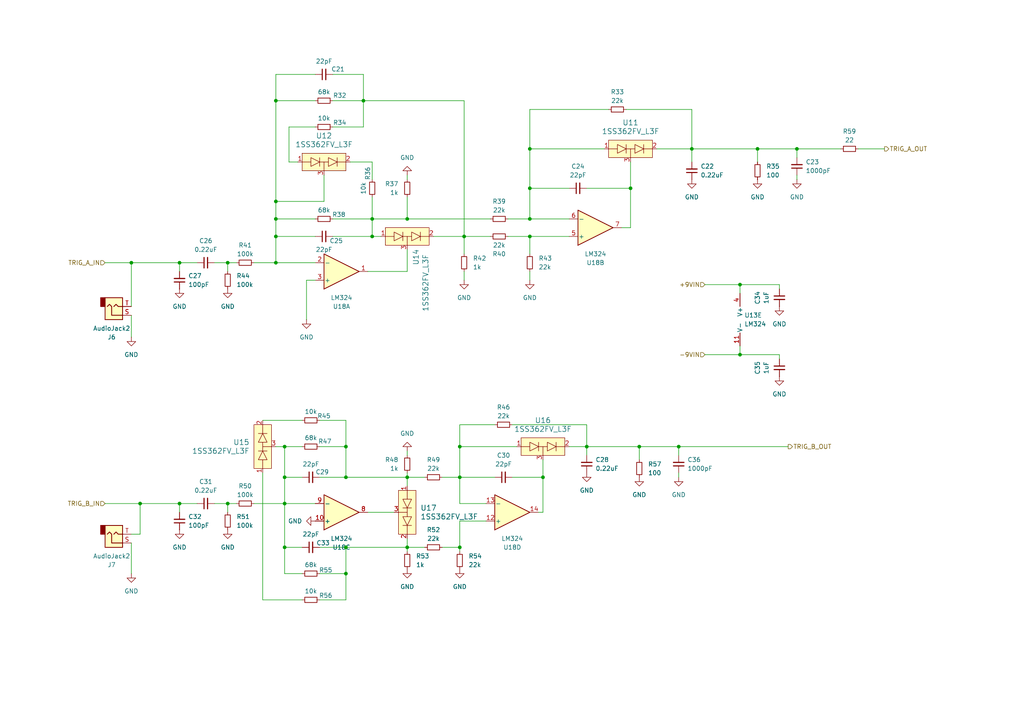
<source format=kicad_sch>
(kicad_sch (version 20250114) (generator "eeschema") (generator_version "9.0")
  (paper "A4")
  (lib_symbols
    (symbol "Amplifier_Operational:LM324" (pin_names (offset 0.127))
      (property "Reference" "U" (at 0 5.08 0))
      (property "Value" "LM324" (at 0 -5.08 0))
      (symbol "LM324_1_1"
        (polyline (pts (xy -5.08 5.08) (xy 5.08 0) (xy -5.08 -5.08) (xy -5.08 5.08)) (stroke (width 0.254)) (fill (type background)))
        (pin input line (at -7.62 2.54 0) (length 2.54) (name "+") (number "3"))
        (pin input line (at -7.62 -2.54 0) (length 2.54) (name "-") (number "2"))
        (pin output line (at 7.62 0 180) (length 2.54) (name "~") (number "1"))
      )
      (symbol "LM324_2_1"
        (polyline (pts (xy -5.08 5.08) (xy 5.08 0) (xy -5.08 -5.08) (xy -5.08 5.08)) (stroke (width 0.254)) (fill (type background)))
        (pin input line (at -7.62 2.54 0) (length 2.54) (name "+") (number "5"))
        (pin input line (at -7.62 -2.54 0) (length 2.54) (name "-") (number "6"))
        (pin output line (at 7.62 0 180) (length 2.54) (name "~") (number "7"))
      )
      (symbol "LM324_3_1"
        (polyline (pts (xy -5.08 5.08) (xy 5.08 0) (xy -5.08 -5.08) (xy -5.08 5.08)) (stroke (width 0.254)) (fill (type background)))
        (pin input line (at -7.62 2.54 0) (length 2.54) (name "+") (number "10"))
        (pin input line (at -7.62 -2.54 0) (length 2.54) (name "-") (number "9"))
        (pin output line (at 7.62 0 180) (length 2.54) (name "~") (number "8"))
      )
      (symbol "LM324_4_1"
        (polyline (pts (xy -5.08 5.08) (xy 5.08 0) (xy -5.08 -5.08) (xy -5.08 5.08)) (stroke (width 0.254)) (fill (type background)))
        (pin input line (at -7.62 2.54 0) (length 2.54) (name "+") (number "12"))
        (pin input line (at -7.62 -2.54 0) (length 2.54) (name "-") (number "13"))
        (pin output line (at 7.62 0 180) (length 2.54) (name "~") (number "14"))
      )
      (symbol "LM324_5_1"
        (pin power_in line (at -2.54 7.62 270) (length 3.81) (name "V+") (number "4"))
        (pin power_in line (at -2.54 -7.62 90) (length 3.81) (name "V-") (number "11"))
      )
    )
    (symbol "Connector_Audio:AudioJack2"
      (property "Reference" "J" (at 0 8.89 0))
      (property "Value" "AudioJack2" (at 0 6.35 0))
      (symbol "AudioJack2_0_1"
        (rectangle (start -3.81 0) (end -2.54 -2.54) (stroke (width 0.254)) (fill (type outline)))
        (rectangle (start -2.54 3.81) (end 2.54 -2.54) (stroke (width 0.254)) (fill (type background)))
        (polyline (pts (xy 0 0) (xy 0.635 -0.635) (xy 1.27 0) (xy 2.54 0)) (stroke (width 0.254)))
        (polyline (pts (xy 2.54 2.54) (xy -0.635 2.54) (xy -0.635 0) (xy -1.27 -0.635) (xy -1.905 0)) (stroke (width 0.254)))
      )
      (symbol "AudioJack2_1_1"
        (pin passive line (at 5.08 2.54 180) (length 2.54) (name "~") (number "S"))
        (pin passive line (at 5.08 0 180) (length 2.54) (name "~") (number "T"))
      )
    )
    (symbol "DIODE_SET_1SS362FV:1SS362FV_L3F" (pin_names (offset 0.254))
      (property "Reference" "U" (at 2.032 4.064 0))
      (property "Value" "1SS362FV_L3F" (at 0 0 0))
      (symbol "1SS362FV_L3F_1_1"
        (rectangle (start -6.35 2.54) (end 6.35 -2.54) (fill (type background)))
        (polyline (pts (xy -3.81 0) (xy -6.35 0)))
        (polyline (pts (xy -1.27 1.27) (xy -1.27 -1.27)))
        (polyline (pts (xy -1.27 0) (xy 1.27 0)))
        (polyline (pts (xy -1.27 0) (xy -3.81 1.27) (xy -3.81 -1.27) (xy -1.27 0)))
        (polyline (pts (xy 0 0) (xy 0 2.54)))
        (polyline (pts (xy 3.81 1.27) (xy 3.81 -1.27)))
        (polyline (pts (xy 3.81 0) (xy 6.35 0)))
        (polyline (pts (xy 3.81 0) (xy 1.27 1.27) (xy 1.27 -1.27) (xy 3.81 0)))
        (pin input line (at -7.62 0 0) (length 1.27) (name "") (number "1"))
        (pin bidirectional line (at 0 3.81 270) (length 1.27) (name "") (number "3"))
        (pin output line (at 7.62 0 180) (length 1.27) (name "") (number "2"))
      )
    )
    (symbol "Device:C_Small" (pin_numbers (hide yes)) (pin_names (offset 0.254) (hide yes))
      (property "Reference" "C" (at 0.254 1.778 0))
      (property "Value" "C_Small" (at 0.254 -2.032 0))
      (symbol "C_Small_0_1"
        (polyline (pts (xy -1.524 0.508) (xy 1.524 0.508)) (stroke (width 0.3048)))
        (polyline (pts (xy -1.524 -0.508) (xy 1.524 -0.508)) (stroke (width 0.3302)))
      )
      (symbol "C_Small_1_1"
        (pin passive line (at 0 2.54 270) (length 2.032) (name "~") (number "1"))
        (pin passive line (at 0 -2.54 90) (length 2.032) (name "~") (number "2"))
      )
    )
    (symbol "Device:R_Small" (pin_numbers (hide yes)) (pin_names (offset 0.254) (hide yes))
      (property "Reference" "R" (at 0.762 0.508 0))
      (property "Value" "R_Small" (at 0.762 -1.016 0))
      (symbol "R_Small_0_1"
        (rectangle (start -0.762 1.778) (end 0.762 -1.778) (stroke (width 0.2032)))
      )
      (symbol "R_Small_1_1"
        (pin passive line (at 0 2.54 270) (length 0.762) (name "~") (number "1"))
        (pin passive line (at 0 -2.54 90) (length 0.762) (name "~") (number "2"))
      )
    )
    (symbol "power:GND" (power) (pin_numbers (hide yes)) (pin_names (offset 0) (hide yes))
      (property "Value" "GND" (at 0 -3.81 0))
      (symbol "GND_0_1"
        (polyline (pts (xy 0 0) (xy 0 -1.27) (xy 1.27 -1.27) (xy 0 -2.54) (xy -1.27 -1.27) (xy 0 -1.27)))
      )
      (symbol "GND_1_1"
        (pin power_in line (at 0 0 270) (length 0) (name "~") (number "1"))
      )
    )
  )
  (junction (at 100.33 129.54))
  (junction (at 133.35 129.54))
  (junction (at 80.01 76.2))
  (junction (at 219.71 43.18))
  (junction (at 66.04 76.2))
  (junction (at 118.11 158.75))
  (junction (at 200.66 43.18))
  (junction (at 82.55 129.54))
  (junction (at 182.88 54.61))
  (junction (at 52.07 146.05))
  (junction (at 134.62 68.58))
  (junction (at 40.64 146.05))
  (junction (at 105.41 29.21))
  (junction (at 82.55 138.43))
  (junction (at 100.33 166.37))
  (junction (at 153.67 43.18))
  (junction (at 107.95 63.5))
  (junction (at 133.35 158.75))
  (junction (at 185.42 129.54))
  (junction (at 80.01 29.21))
  (junction (at 157.48 138.43))
  (junction (at 80.01 58.42))
  (junction (at 196.85 129.54))
  (junction (at 100.33 158.75))
  (junction (at 214.63 102.87))
  (junction (at 153.67 68.58))
  (junction (at 118.11 63.5))
  (junction (at 66.04 146.05))
  (junction (at 80.01 68.58))
  (junction (at 38.1 76.2))
  (junction (at 118.11 138.43))
  (junction (at 52.07 76.2))
  (junction (at 153.67 54.61))
  (junction (at 80.01 63.5))
  (junction (at 107.95 68.58))
  (junction (at 82.55 146.05))
  (junction (at 100.33 138.43))
  (junction (at 133.35 138.43))
  (junction (at 153.67 63.5))
  (junction (at 82.55 158.75))
  (junction (at 231.14 43.18))
  (junction (at 170.18 129.54))
  (junction (at 214.63 82.55))
  (wire (pts (xy 52.07 146.05) (xy 57.15 146.05)))
  (wire (pts (xy 118.11 158.75) (xy 100.33 158.75)))
  (wire (pts (xy 88.9 81.28) (xy 91.44 81.28)))
  (wire (pts (xy 62.23 76.2) (xy 66.04 76.2)))
  (wire (pts (xy 80.01 68.58) (xy 80.01 76.2)))
  (wire (pts (xy 107.95 63.5) (xy 107.95 68.58)))
  (wire (pts (xy 118.11 132.08) (xy 118.11 130.81)))
  (wire (pts (xy 231.14 45.72) (xy 231.14 43.18)))
  (wire (pts (xy 118.11 63.5) (xy 142.24 63.5)))
  (wire (pts (xy 91.44 68.58) (xy 80.01 68.58)))
  (wire (pts (xy 66.04 146.05) (xy 68.58 146.05)))
  (wire (pts (xy 231.14 43.18) (xy 243.84 43.18)))
  (wire (pts (xy 100.33 166.37) (xy 100.33 158.75)))
  (wire (pts (xy 80.01 29.21) (xy 80.01 58.42)))
  (wire (pts (xy 133.35 158.75) (xy 133.35 151.13)))
  (wire (pts (xy 200.66 31.75) (xy 200.66 43.18)))
  (wire (pts (xy 148.59 138.43) (xy 157.48 138.43)))
  (wire (pts (xy 134.62 68.58) (xy 134.62 73.66)))
  (wire (pts (xy 100.33 121.92) (xy 100.33 129.54)))
  (wire (pts (xy 73.66 76.2) (xy 80.01 76.2)))
  (wire (pts (xy 176.53 31.75) (xy 153.67 31.75)))
  (wire (pts (xy 204.47 82.55) (xy 214.63 82.55)))
  (wire (pts (xy 231.14 50.8) (xy 231.14 52.07)))
  (wire (pts (xy 38.1 76.2) (xy 52.07 76.2)))
  (wire (pts (xy 38.1 91.44) (xy 38.1 97.79)))
  (wire (pts (xy 52.07 76.2) (xy 57.15 76.2)))
  (wire (pts (xy 134.62 68.58) (xy 142.24 68.58)))
  (wire (pts (xy 134.62 81.28) (xy 134.62 78.74)))
  (wire (pts (xy 181.61 31.75) (xy 200.66 31.75)))
  (wire (pts (xy 38.1 157.48) (xy 38.1 166.37)))
  (wire (pts (xy 82.55 158.75) (xy 87.63 158.75)))
  (wire (pts (xy 96.52 63.5) (xy 107.95 63.5)))
  (wire (pts (xy 82.55 146.05) (xy 91.44 146.05)))
  (wire (pts (xy 200.66 43.18) (xy 219.71 43.18)))
  (wire (pts (xy 153.67 68.58) (xy 153.67 73.66)))
  (wire (pts (xy 66.04 146.05) (xy 66.04 148.59)))
  (wire (pts (xy 88.9 92.71) (xy 88.9 81.28)))
  (wire (pts (xy 170.18 129.54) (xy 165.1 129.54)))
  (wire (pts (xy 196.85 132.08) (xy 196.85 129.54)))
  (wire (pts (xy 107.95 46.99) (xy 107.95 52.07)))
  (wire (pts (xy 226.06 104.14) (xy 226.06 102.87)))
  (wire (pts (xy 62.23 146.05) (xy 66.04 146.05)))
  (wire (pts (xy 180.34 66.04) (xy 182.88 66.04)))
  (wire (pts (xy 101.6 46.99) (xy 107.95 46.99)))
  (wire (pts (xy 106.68 148.59) (xy 114.3 148.59)))
  (wire (pts (xy 105.41 29.21) (xy 105.41 21.59)))
  (wire (pts (xy 118.11 158.75) (xy 123.19 158.75)))
  (wire (pts (xy 80.01 21.59) (xy 80.01 29.21)))
  (wire (pts (xy 118.11 160.02) (xy 118.11 158.75)))
  (wire (pts (xy 133.35 138.43) (xy 143.51 138.43)))
  (wire (pts (xy 96.52 36.83) (xy 105.41 36.83)))
  (wire (pts (xy 214.63 100.33) (xy 214.63 102.87)))
  (wire (pts (xy 170.18 123.19) (xy 170.18 129.54)))
  (wire (pts (xy 157.48 133.35) (xy 157.48 138.43)))
  (wire (pts (xy 76.2 121.92) (xy 87.63 121.92)))
  (wire (pts (xy 133.35 138.43) (xy 133.35 146.05)))
  (wire (pts (xy 83.82 46.99) (xy 86.36 46.99)))
  (wire (pts (xy 80.01 76.2) (xy 91.44 76.2)))
  (wire (pts (xy 157.48 138.43) (xy 157.48 148.59)))
  (wire (pts (xy 82.55 166.37) (xy 87.63 166.37)))
  (wire (pts (xy 133.35 151.13) (xy 140.97 151.13)))
  (wire (pts (xy 82.55 158.75) (xy 82.55 166.37)))
  (wire (pts (xy 118.11 156.21) (xy 118.11 158.75)))
  (wire (pts (xy 175.26 43.18) (xy 153.67 43.18)))
  (wire (pts (xy 66.04 76.2) (xy 68.58 76.2)))
  (wire (pts (xy 118.11 50.8) (xy 118.11 52.07)))
  (wire (pts (xy 133.35 160.02) (xy 133.35 158.75)))
  (wire (pts (xy 52.07 148.59) (xy 52.07 146.05)))
  (wire (pts (xy 91.44 63.5) (xy 80.01 63.5)))
  (wire (pts (xy 66.04 76.2) (xy 66.04 78.74)))
  (wire (pts (xy 83.82 36.83) (xy 83.82 46.99)))
  (wire (pts (xy 80.01 129.54) (xy 82.55 129.54)))
  (wire (pts (xy 143.51 123.19) (xy 133.35 123.19)))
  (wire (pts (xy 226.06 82.55) (xy 226.06 83.82)))
  (wire (pts (xy 185.42 129.54) (xy 196.85 129.54)))
  (wire (pts (xy 82.55 138.43) (xy 87.63 138.43)))
  (wire (pts (xy 93.98 58.42) (xy 80.01 58.42)))
  (wire (pts (xy 107.95 68.58) (xy 110.49 68.58)))
  (wire (pts (xy 92.71 173.99) (xy 100.33 173.99)))
  (wire (pts (xy 76.2 173.99) (xy 76.2 137.16)))
  (wire (pts (xy 196.85 129.54) (xy 228.6 129.54)))
  (wire (pts (xy 182.88 54.61) (xy 182.88 66.04)))
  (wire (pts (xy 38.1 154.94) (xy 40.64 154.94)))
  (wire (pts (xy 80.01 58.42) (xy 80.01 63.5)))
  (wire (pts (xy 118.11 57.15) (xy 118.11 63.5)))
  (wire (pts (xy 153.67 63.5) (xy 165.1 63.5)))
  (wire (pts (xy 148.59 123.19) (xy 170.18 123.19)))
  (wire (pts (xy 82.55 138.43) (xy 82.55 146.05)))
  (wire (pts (xy 153.67 68.58) (xy 165.1 68.58)))
  (wire (pts (xy 157.48 148.59) (xy 156.21 148.59)))
  (wire (pts (xy 38.1 76.2) (xy 38.1 88.9)))
  (wire (pts (xy 133.35 146.05) (xy 140.97 146.05)))
  (wire (pts (xy 153.67 54.61) (xy 153.67 63.5)))
  (wire (pts (xy 118.11 78.74) (xy 118.11 72.39)))
  (wire (pts (xy 73.66 146.05) (xy 82.55 146.05)))
  (wire (pts (xy 92.71 138.43) (xy 100.33 138.43)))
  (wire (pts (xy 125.73 68.58) (xy 134.62 68.58)))
  (wire (pts (xy 92.71 121.92) (xy 100.33 121.92)))
  (wire (pts (xy 182.88 46.99) (xy 182.88 54.61)))
  (wire (pts (xy 133.35 129.54) (xy 133.35 138.43)))
  (wire (pts (xy 30.48 146.05) (xy 40.64 146.05)))
  (wire (pts (xy 214.63 82.55) (xy 226.06 82.55)))
  (wire (pts (xy 100.33 129.54) (xy 92.71 129.54)))
  (wire (pts (xy 147.32 63.5) (xy 153.67 63.5)))
  (wire (pts (xy 93.98 50.8) (xy 93.98 58.42)))
  (wire (pts (xy 128.27 158.75) (xy 133.35 158.75)))
  (wire (pts (xy 190.5 43.18) (xy 200.66 43.18)))
  (wire (pts (xy 91.44 29.21) (xy 80.01 29.21)))
  (wire (pts (xy 147.32 68.58) (xy 153.67 68.58)))
  (wire (pts (xy 105.41 36.83) (xy 105.41 29.21)))
  (wire (pts (xy 91.44 36.83) (xy 83.82 36.83)))
  (wire (pts (xy 153.67 81.28) (xy 153.67 78.74)))
  (wire (pts (xy 170.18 129.54) (xy 185.42 129.54)))
  (wire (pts (xy 106.68 78.74) (xy 118.11 78.74)))
  (wire (pts (xy 96.52 29.21) (xy 105.41 29.21)))
  (wire (pts (xy 91.44 21.59) (xy 80.01 21.59)))
  (wire (pts (xy 52.07 76.2) (xy 52.07 78.74)))
  (wire (pts (xy 100.33 158.75) (xy 92.71 158.75)))
  (wire (pts (xy 118.11 137.16) (xy 118.11 138.43)))
  (wire (pts (xy 219.71 43.18) (xy 219.71 46.99)))
  (wire (pts (xy 100.33 138.43) (xy 100.33 129.54)))
  (wire (pts (xy 40.64 154.94) (xy 40.64 146.05)))
  (wire (pts (xy 92.71 166.37) (xy 100.33 166.37)))
  (wire (pts (xy 107.95 57.15) (xy 107.95 63.5)))
  (wire (pts (xy 105.41 21.59) (xy 96.52 21.59)))
  (wire (pts (xy 204.47 102.87) (xy 214.63 102.87)))
  (wire (pts (xy 153.67 31.75) (xy 153.67 43.18)))
  (wire (pts (xy 196.85 137.16) (xy 196.85 138.43)))
  (wire (pts (xy 219.71 43.18) (xy 231.14 43.18)))
  (wire (pts (xy 200.66 43.18) (xy 200.66 46.99)))
  (wire (pts (xy 100.33 138.43) (xy 118.11 138.43)))
  (wire (pts (xy 149.86 129.54) (xy 133.35 129.54)))
  (wire (pts (xy 87.63 173.99) (xy 76.2 173.99)))
  (wire (pts (xy 105.41 29.21) (xy 134.62 29.21)))
  (wire (pts (xy 248.92 43.18) (xy 256.54 43.18)))
  (wire (pts (xy 100.33 173.99) (xy 100.33 166.37)))
  (wire (pts (xy 118.11 138.43) (xy 118.11 140.97)))
  (wire (pts (xy 185.42 129.54) (xy 185.42 133.35)))
  (wire (pts (xy 133.35 123.19) (xy 133.35 129.54)))
  (wire (pts (xy 82.55 129.54) (xy 87.63 129.54)))
  (wire (pts (xy 40.64 146.05) (xy 52.07 146.05)))
  (wire (pts (xy 82.55 146.05) (xy 82.55 158.75)))
  (wire (pts (xy 128.27 138.43) (xy 133.35 138.43)))
  (wire (pts (xy 214.63 102.87) (xy 226.06 102.87)))
  (wire (pts (xy 153.67 43.18) (xy 153.67 54.61)))
  (wire (pts (xy 30.48 76.2) (xy 38.1 76.2)))
  (wire (pts (xy 214.63 82.55) (xy 214.63 85.09)))
  (wire (pts (xy 82.55 138.43) (xy 82.55 129.54)))
  (wire (pts (xy 165.1 54.61) (xy 153.67 54.61)))
  (wire (pts (xy 118.11 63.5) (xy 107.95 63.5)))
  (wire (pts (xy 170.18 132.08) (xy 170.18 129.54)))
  (wire (pts (xy 170.18 54.61) (xy 182.88 54.61)))
  (wire (pts (xy 80.01 63.5) (xy 80.01 68.58)))
  (wire (pts (xy 118.11 138.43) (xy 123.19 138.43)))
  (wire (pts (xy 134.62 29.21) (xy 134.62 68.58)))
  (wire (pts (xy 96.52 68.58) (xy 107.95 68.58)))
  (hierarchical_label "TRIG_B_OUT" (shape output) (at 228.6 129.54 0))
  (hierarchical_label "TRIG_A_OUT" (shape output) (at 256.54 43.18 0))
  (hierarchical_label "-9VIN" (shape input) (at 204.47 102.87 180))
  (hierarchical_label "TRIG_B_IN" (shape input) (at 30.48 146.05 180))
  (hierarchical_label "+9VIN" (shape input) (at 204.47 82.55 180))
  (hierarchical_label "TRIG_A_IN" (shape input) (at 30.48 76.2 180))
  (symbol (lib_id "Device:R_Small") (at 118.11 162.56 0) (unit 1)
    (property "Reference" "R53" (at 120.65 161.2899 0) (effects (justify left)))
    (property "Value" "1k" (at 120.65 163.8299 0) (effects (justify left)))
    (property "Footprint" "Resistor_SMD:R_0402_1005Metric" (effects (hide yes)))
    (property "Description" "Resistor, small symbol" (effects (hide yes)))
    (property "Board" "Trigger Board" (effects (hide yes)))
  )
  (symbol (lib_id "power:GND") (at 185.42 138.43 0) (unit 1)
    (property "Reference" "#PWR067" (effects (hide yes)))
    (property "Value" "GND" (at 185.42 143.51 0))
    (property "Description" "Power symbol creates a global label with name \"GND\" , ground" (effects (hide yes)))
  )
  (symbol (lib_id "Device:C_Small") (at 93.98 68.58 90) (mirror x) (unit 1)
    (property "Reference" "C25" (at 97.536 69.85 90))
    (property "Value" "22pF" (at 93.9863 72.39 90))
    (property "Footprint" "Capacitor_SMD:C_0402_1005Metric" (effects (hide yes)))
    (property "Description" "Unpolarized capacitor, small symbol" (effects (hide yes)))
    (property "Board" "Trigger Board" (effects (hide yes)))
  )
  (symbol (lib_id "Device:R_Small") (at 71.12 76.2 270) (unit 1)
    (property "Reference" "R41" (at 71.12 71.12 90))
    (property "Value" "100k" (at 71.12 73.66 90))
    (property "Footprint" "Resistor_SMD:R_0603_1608Metric" (effects (hide yes)))
    (property "Description" "Resistor, small symbol" (effects (hide yes)))
    (property "Board" "Trigger Board" (effects (hide yes)))
  )
  (symbol (lib_id "Device:R_Small") (at 185.42 135.89 180) (unit 1)
    (property "Reference" "R57" (at 187.96 134.6199 0) (effects (justify right)))
    (property "Value" "100" (at 187.96 137.1599 0) (effects (justify right)))
    (property "Footprint" "Resistor_SMD:R_0402_1005Metric" (effects (hide yes)))
    (property "Description" "Resistor, small symbol" (effects (hide yes)))
    (property "Board" "Trigger Board" (effects (hide yes)))
  )
  (symbol (lib_id "power:GND") (at 133.35 165.1 0) (unit 1)
    (property "Reference" "#PWR063" (effects (hide yes)))
    (property "Value" "GND" (at 133.35 170.18 0))
    (property "Description" "Power symbol creates a global label with name \"GND\" , ground" (effects (hide yes)))
  )
  (symbol (lib_id "Device:R_Small") (at 93.98 29.21 270) (unit 1)
    (property "Reference" "R32" (at 98.552 27.686 90))
    (property "Value" "68k" (at 93.98 26.67 90))
    (property "Footprint" "Resistor_SMD:R_0402_1005Metric" (effects (hide yes)))
    (property "Description" "Resistor, small symbol" (effects (hide yes)))
    (property "Board" "Trigger Board" (effects (hide yes)))
  )
  (symbol (lib_id "Device:R_Small") (at 90.17 121.92 270) (unit 1)
    (property "Reference" "R45" (at 93.98 120.65 90))
    (property "Value" "10k" (at 90.17 119.38 90))
    (property "Footprint" "Resistor_SMD:R_0402_1005Metric" (effects (hide yes)))
    (property "Description" "Resistor, small symbol" (effects (hide yes)))
    (property "Board" "Trigger Board" (effects (hide yes)))
  )
  (symbol (lib_id "Device:R_Small") (at 219.71 49.53 180) (unit 1)
    (property "Reference" "R35" (at 222.25 48.2599 0) (effects (justify right)))
    (property "Value" "100" (at 222.25 50.7999 0) (effects (justify right)))
    (property "Footprint" "Resistor_SMD:R_0402_1005Metric" (effects (hide yes)))
    (property "Description" "Resistor, small symbol" (effects (hide yes)))
    (property "Board" "Trigger Board" (effects (hide yes)))
  )
  (symbol (lib_id "power:GND") (at 118.11 130.81 180) (unit 1)
    (property "Reference" "#PWR057" (effects (hide yes)))
    (property "Value" "GND" (at 118.11 125.73 0))
    (property "Description" "Power symbol creates a global label with name \"GND\" , ground" (effects (hide yes)))
  )
  (symbol (lib_id "Device:R_Small") (at 246.38 43.18 270) (unit 1)
    (property "Reference" "R59" (at 246.38 38.1 90))
    (property "Value" "22" (at 246.38 40.64 90))
    (property "Footprint" "Resistor_SMD:R_0402_1005Metric" (effects (hide yes)))
    (property "Description" "Resistor, small symbol" (effects (hide yes)))
    (property "Board" "Trigger Board" (effects (hide yes)))
  )
  (symbol (lib_id "Device:R_Small") (at 133.35 162.56 180) (unit 1)
    (property "Reference" "R54" (at 135.89 161.2899 0) (effects (justify right)))
    (property "Value" "22k" (at 135.89 163.8299 0) (effects (justify right)))
    (property "Footprint" "Resistor_SMD:R_0402_1005Metric" (effects (hide yes)))
    (property "Description" "Resistor, small symbol" (effects (hide yes)))
    (property "Board" "Trigger Board" (effects (hide yes)))
  )
  (symbol (lib_id "Device:R_Small") (at 118.11 134.62 0) (mirror y) (unit 1)
    (property "Reference" "R48" (at 115.57 133.3499 0) (effects (justify left)))
    (property "Value" "1k" (at 115.57 135.8899 0) (effects (justify left)))
    (property "Footprint" "Resistor_SMD:R_0402_1005Metric" (effects (hide yes)))
    (property "Description" "Resistor, small symbol" (effects (hide yes)))
    (property "Board" "Trigger Board" (effects (hide yes)))
  )
  (symbol (lib_id "power:GND") (at 88.9 92.71 0) (unit 1)
    (property "Reference" "#PWR055" (effects (hide yes)))
    (property "Value" "GND" (at 88.9 97.79 0))
    (property "Description" "Power symbol creates a global label with name \"GND\" , ground" (effects (hide yes)))
  )
  (symbol (lib_id "power:GND") (at 200.66 52.07 0) (unit 1)
    (property "Reference" "#PWR048" (effects (hide yes)))
    (property "Value" "GND" (at 200.66 57.15 0))
    (property "Description" "Power symbol creates a global label with name \"GND\" , ground" (effects (hide yes)))
  )
  (symbol (lib_id "power:GND") (at 52.07 83.82 0) (unit 1)
    (property "Reference" "#PWR053" (effects (hide yes)))
    (property "Value" "GND" (at 52.07 88.9 0))
    (property "Description" "Power symbol creates a global label with name \"GND\" , ground" (effects (hide yes)))
  )
  (symbol (lib_id "Device:R_Small") (at 125.73 158.75 90) (unit 1)
    (property "Reference" "R52" (at 125.73 153.67 90))
    (property "Value" "22k" (at 125.73 156.21 90))
    (property "Footprint" "Resistor_SMD:R_0402_1005Metric" (effects (hide yes)))
    (property "Description" "Resistor, small symbol" (effects (hide yes)))
    (property "Board" "Trigger Board" (effects (hide yes)))
  )
  (symbol (lib_id "Device:C_Small") (at 90.17 158.75 90) (unit 1)
    (property "Reference" "C33" (at 93.726 157.48 90))
    (property "Value" "22pF" (at 90.1763 154.94 90))
    (property "Footprint" "Capacitor_SMD:C_0402_1005Metric" (effects (hide yes)))
    (property "Description" "Unpolarized capacitor, small symbol" (effects (hide yes)))
    (property "Board" "Trigger Board" (effects (hide yes)))
  )
  (symbol (lib_id "Amplifier_Operational:LM324") (at 148.59 148.59 0) (mirror x) (unit 4)
    (property "Reference" "U18" (at 148.59 158.75 0))
    (property "Value" "LM324" (at 148.59 156.21 0))
    (property "Footprint" "Package_SO:SOIC-14_3.9x8.7mm_P1.27mm" (effects (hide yes)))
    (property "Datasheet" "http://www.ti.com/lit/ds/symlink/lm2902-n.pdf" (effects (hide yes)))
    (property "Description" "Low-Power, Quad-Operational Amplifiers, DIP-14/SOIC-14/SSOP-14" (effects (hide yes)))
    (property "Sim.Library" "SPICE_Models\\LM324.lib" (effects (hide yes)))
    (property "Sim.Name" "LM324Q" (effects (hide yes)))
    (property "Sim.Device" "SUBCKT" (effects (hide yes)))
    (property "Sim.Pins" "1=1 2=2 3=3 4=4 5=5 6=6 7=7 8=8 9=9 10=10 11=11 12=12 13=13 14=14" (effects (hide yes)))
  )
  (symbol (lib_id "Connector_Audio:AudioJack2") (at 33.02 88.9 0) (mirror x) (unit 1)
    (property "Reference" "J6" (at 32.385 97.79 0))
    (property "Value" "AudioJack2" (at 32.385 95.25 0))
    (property "Footprint" "Connector_Audio:Jack_6.35mm_Neutrik_NMJ4HCD2_Horizontal" (effects (hide yes)))
    (property "Description" "Audio Jack, 2 Poles (Mono / TS)" (effects (hide yes)))
    (property "Sim.Library" "SPICE_Models\\piezo_auto_model.sub" (effects (hide yes)))
    (property "Sim.Name" "CUSTOM_PIEZO" (effects (hide yes)))
    (property "Sim.Device" "SUBCKT" (effects (hide yes)))
    (property "Sim.Pins" "S=gnd T=out" (effects (hide yes)))
  )
  (symbol (lib_id "power:GND") (at 170.18 137.16 0) (unit 1)
    (property "Reference" "#PWR058" (effects (hide yes)))
    (property "Value" "GND" (at 170.18 142.24 0))
    (property "Description" "Power symbol creates a global label with name \"GND\" , ground" (effects (hide yes)))
  )
  (symbol (lib_id "Device:C_Small") (at 146.05 138.43 90) (unit 1)
    (property "Reference" "C30" (at 146.0563 132.08 90))
    (property "Value" "22pF" (at 146.0563 134.62 90))
    (property "Footprint" "Capacitor_SMD:C_0402_1005Metric" (effects (hide yes)))
    (property "Description" "Unpolarized capacitor, small symbol" (effects (hide yes)))
    (property "Board" "Trigger Board" (effects (hide yes)))
  )
  (symbol (lib_id "Amplifier_Operational:LM324") (at 172.72 66.04 0) (mirror x) (unit 2)
    (property "Reference" "U18" (at 172.72 76.2 0))
    (property "Value" "LM324" (at 172.72 73.66 0))
    (property "Footprint" "Package_SO:SOIC-14_3.9x8.7mm_P1.27mm" (effects (hide yes)))
    (property "Datasheet" "http://www.ti.com/lit/ds/symlink/lm2902-n.pdf" (effects (hide yes)))
    (property "Description" "Low-Power, Quad-Operational Amplifiers, DIP-14/SOIC-14/SSOP-14" (effects (hide yes)))
    (property "Sim.Library" "SPICE_Models\\LM324.lib" (effects (hide yes)))
    (property "Sim.Name" "LM324Q" (effects (hide yes)))
    (property "Sim.Device" "SUBCKT" (effects (hide yes)))
    (property "Sim.Pins" "1=1 2=2 3=3 4=4 5=5 6=6 7=7 8=8 9=9 10=10 11=11 12=12 13=13 14=14" (effects (hide yes)))
  )
  (symbol (lib_id "Device:R_Small") (at 125.73 138.43 90) (unit 1)
    (property "Reference" "R49" (at 125.73 133.35 90))
    (property "Value" "22k" (at 125.73 135.89 90))
    (property "Footprint" "Resistor_SMD:R_0402_1005Metric" (effects (hide yes)))
    (property "Description" "Resistor, small symbol" (effects (hide yes)))
    (property "Board" "Trigger Board" (effects (hide yes)))
  )
  (symbol (lib_id "power:GND") (at 118.11 50.8 180) (unit 1)
    (property "Reference" "#PWR01" (effects (hide yes)))
    (property "Value" "GND" (at 118.11 45.72 0))
    (property "Description" "Power symbol creates a global label with name \"GND\" , ground" (effects (hide yes)))
  )
  (symbol (lib_id "Device:R_Small") (at 71.12 146.05 270) (unit 1)
    (property "Reference" "R50" (at 71.12 140.97 90))
    (property "Value" "100k" (at 71.12 143.51 90))
    (property "Footprint" "Resistor_SMD:R_0603_1608Metric" (effects (hide yes)))
    (property "Description" "Resistor, small symbol" (effects (hide yes)))
    (property "Board" "Trigger Board" (effects (hide yes)))
  )
  (symbol (lib_id "Amplifier_Operational:LM324") (at 99.06 78.74 0) (mirror x) (unit 1)
    (property "Reference" "U18" (at 99.06 88.9 0))
    (property "Value" "LM324" (at 99.06 86.36 0))
    (property "Footprint" "Package_SO:SOIC-14_3.9x8.7mm_P1.27mm" (effects (hide yes)))
    (property "Datasheet" "http://www.ti.com/lit/ds/symlink/lm2902-n.pdf" (effects (hide yes)))
    (property "Description" "Low-Power, Quad-Operational Amplifiers, DIP-14/SOIC-14/SSOP-14" (effects (hide yes)))
    (property "Sim.Library" "SPICE_Models\\LM324.lib" (effects (hide yes)))
    (property "Sim.Name" "LM324Q" (effects (hide yes)))
    (property "Sim.Device" "SUBCKT" (effects (hide yes)))
    (property "Sim.Pins" "1=1 2=2 3=3 4=4 5=5 6=6 7=7 8=8 9=9 10=10 11=11 12=12 13=13 14=14" (effects (hide yes)))
  )
  (symbol (lib_id "Device:R_Small") (at 144.78 63.5 90) (unit 1)
    (property "Reference" "R39" (at 144.78 58.42 90))
    (property "Value" "22k" (at 144.78 60.96 90))
    (property "Footprint" "Resistor_SMD:R_0402_1005Metric" (effects (hide yes)))
    (property "Description" "Resistor, small symbol" (effects (hide yes)))
    (property "Board" "Trigger Board" (effects (hide yes)))
  )
  (symbol (lib_id "Device:C_Small") (at 59.69 146.05 90) (unit 1)
    (property "Reference" "C31" (at 59.6963 139.7 90))
    (property "Value" "0.22uF" (at 59.6963 142.24 90))
    (property "Footprint" "Capacitor_SMD:C_0603_1608Metric" (effects (hide yes)))
    (property "Description" "Unpolarized capacitor, small symbol" (effects (hide yes)))
    (property "Board" "Trigger Board" (effects (hide yes)))
  )
  (symbol (lib_id "Device:R_Small") (at 93.98 63.5 270) (unit 1)
    (property "Reference" "R38" (at 98.298 62.23 90))
    (property "Value" "68k" (at 93.98 60.96 90))
    (property "Footprint" "Resistor_SMD:R_0402_1005Metric" (effects (hide yes)))
    (property "Description" "Resistor, small symbol" (effects (hide yes)))
    (property "Board" "Trigger Board" (effects (hide yes)))
  )
  (symbol (lib_id "power:GND") (at 38.1 166.37 0) (unit 1)
    (property "Reference" "#PWR064" (effects (hide yes)))
    (property "Value" "GND" (at 38.1 171.45 0))
    (property "Description" "Power symbol creates a global label with name \"GND\" , ground" (effects (hide yes)))
  )
  (symbol (lib_id "Device:R_Small") (at 153.67 76.2 180) (unit 1)
    (property "Reference" "R43" (at 156.21 74.9299 0) (effects (justify right)))
    (property "Value" "22k" (at 156.21 77.4699 0) (effects (justify right)))
    (property "Footprint" "Resistor_SMD:R_0402_1005Metric" (effects (hide yes)))
    (property "Description" "Resistor, small symbol" (effects (hide yes)))
    (property "Board" "Trigger Board" (effects (hide yes)))
  )
  (symbol (lib_id "Device:C_Small") (at 226.06 106.68 0) (mirror y) (unit 1)
    (property "Reference" "C35" (at 219.71 106.6863 90))
    (property "Value" "1uF" (at 222.25 106.6863 90))
    (property "Footprint" "Capacitor_SMD:C_0603_1608Metric" (effects (hide yes)))
    (property "Description" "Unpolarized capacitor, small symbol" (effects (hide yes)))
    (property "Board" "Trigger Board" (effects (hide yes)))
  )
  (symbol (lib_id "DIODE_SET_1SS362FV:1SS362FV_L3F") (at 76.2 129.54 270) (mirror x) (unit 1)
    (property "Reference" "U15" (at 72.39 128.2699 90) (effects (font (size 1.524 1.524)) (justify right)))
    (property "Value" "1SS362FV_L3F" (at 72.39 130.8099 90) (effects (font (size 1.524 1.524)) (justify right)))
    (property "Footprint" "mod:DIODE_1SS362FV" (effects (hide yes)))
    (property "Datasheet" "1SS362FV_L3F" (effects (hide yes)))
    (property "Sim.Library" "SPICE_Models\\1SS362FV.lib" (effects (hide yes)))
    (property "Sim.Name" "1SS362FV" (effects (hide yes)))
    (property "Sim.Device" "SUBCKT" (effects (hide yes)))
    (property "Sim.Pins" "1=1 2=2 3=3" (effects (hide yes)))
    (property "Board" "Trigger Board" (effects (hide yes)))
    (property "MANUFACTURER" "Toshiba Semiconductor" (effects (hide yes)))
  )
  (symbol (lib_id "Connector_Audio:AudioJack2") (at 33.02 154.94 0) (mirror x) (unit 1)
    (property "Reference" "J7" (at 32.385 163.83 0))
    (property "Value" "AudioJack2" (at 32.385 161.29 0))
    (property "Footprint" "Connector_Audio:Jack_6.35mm_Neutrik_NMJ4HCD2_Horizontal" (effects (hide yes)))
    (property "Description" "Audio Jack, 2 Poles (Mono / TS)" (effects (hide yes)))
    (property "Sim.Library" "SPICE_Models\\piezo_auto_model.sub" (effects (hide yes)))
    (property "Sim.Name" "CUSTOM_PIEZO" (effects (hide yes)))
    (property "Sim.Device" "SUBCKT" (effects (hide yes)))
    (property "Sim.Pins" "S=gnd T=out" (effects (hide yes)))
  )
  (symbol (lib_id "power:GND") (at 66.04 153.67 0) (unit 1)
    (property "Reference" "#PWR061" (effects (hide yes)))
    (property "Value" "GND" (at 66.04 158.75 0))
    (property "Description" "Power symbol creates a global label with name \"GND\" , ground" (effects (hide yes)))
  )
  (symbol (lib_id "DIODE_SET_1SS362FV:1SS362FV_L3F") (at 157.48 129.54 0) (mirror x) (unit 1)
    (property "Reference" "U16" (at 157.48 121.92 0) (effects (font (size 1.524 1.524))))
    (property "Value" "1SS362FV_L3F" (at 157.48 124.46 0) (effects (font (size 1.524 1.524))))
    (property "Footprint" "mod:DIODE_1SS362FV" (effects (hide yes)))
    (property "Datasheet" "1SS362FV_L3F" (effects (hide yes)))
    (property "Sim.Library" "SPICE_Models\\1SS362FV.lib" (effects (hide yes)))
    (property "Sim.Name" "1SS362FV" (effects (hide yes)))
    (property "Sim.Device" "SUBCKT" (effects (hide yes)))
    (property "Sim.Pins" "1=1 2=2 3=3" (effects (hide yes)))
    (property "Board" "Trigger Board" (effects (hide yes)))
    (property "MANUFACTURER" "Toshiba Semiconductor" (effects (hide yes)))
  )
  (symbol (lib_id "Amplifier_Operational:LM324") (at 217.17 92.71 0) (unit 5)
    (property "Reference" "U13" (at 215.9 91.4399 0) (effects (justify left)))
    (property "Value" "LM324" (at 215.9 93.9799 0) (effects (justify left)))
    (property "Footprint" "Package_SO:SOIC-14_3.9x8.7mm_P1.27mm" (effects (hide yes)))
    (property "Datasheet" "http://www.ti.com/lit/ds/symlink/lm2902-n.pdf" (effects (hide yes)))
    (property "Description" "Low-Power, Quad-Operational Amplifiers, DIP-14/SOIC-14/SSOP-14" (effects (hide yes)))
    (property "Sim.Library" "SPICE_Models\\LM324.lib" (effects (hide yes)))
    (property "Sim.Name" "LM324Q" (effects (hide yes)))
    (property "Sim.Device" "SUBCKT" (effects (hide yes)))
    (property "Sim.Pins" "1=1 2=2 3=3 4=4 5=5 6=6 7=7 8=8 9=9 10=10 11=11 12=12 13=13 14=14" (effects (hide yes)))
  )
  (symbol (lib_id "Device:C_Small") (at 226.06 86.36 0) (mirror y) (unit 1)
    (property "Reference" "C34" (at 219.71 86.3663 90))
    (property "Value" "1uF" (at 222.25 86.3663 90))
    (property "Footprint" "Capacitor_SMD:C_0603_1608Metric" (effects (hide yes)))
    (property "Description" "Unpolarized capacitor, small symbol" (effects (hide yes)))
    (property "Board" "Trigger Board" (effects (hide yes)))
  )
  (symbol (lib_id "DIODE_SET_1SS362FV:1SS362FV_L3F") (at 93.98 46.99 0) (mirror x) (unit 1)
    (property "Reference" "U12" (at 93.98 39.37 0) (effects (font (size 1.524 1.524))))
    (property "Value" "1SS362FV_L3F" (at 93.98 41.91 0) (effects (font (size 1.524 1.524))))
    (property "Footprint" "mod:DIODE_1SS362FV" (effects (hide yes)))
    (property "Datasheet" "1SS362FV_L3F" (effects (hide yes)))
    (property "Sim.Library" "SPICE_Models\\1SS362FV.lib" (effects (hide yes)))
    (property "Sim.Name" "1SS362FV" (effects (hide yes)))
    (property "Sim.Device" "SUBCKT" (effects (hide yes)))
    (property "Sim.Pins" "1=1 2=2 3=3" (effects (hide yes)))
    (property "Board" "Trigger Board" (effects (hide yes)))
    (property "MANUFACTURER" "Toshiba Semiconductor" (effects (hide yes)))
  )
  (symbol (lib_id "power:GND") (at 231.14 52.07 0) (unit 1)
    (property "Reference" "#PWR050" (effects (hide yes)))
    (property "Value" "GND" (at 231.14 57.15 0))
    (property "Description" "Power symbol creates a global label with name \"GND\" , ground" (effects (hide yes)))
  )
  (symbol (lib_id "Device:C_Small") (at 52.07 151.13 180) (unit 1)
    (property "Reference" "C32" (at 54.61 149.8535 0) (effects (justify right)))
    (property "Value" "100pF" (at 54.61 152.3935 0) (effects (justify right)))
    (property "Footprint" "Capacitor_SMD:C_0603_1608Metric" (effects (hide yes)))
    (property "Description" "Unpolarized capacitor, small symbol" (effects (hide yes)))
    (property "Board" "Trigger Board" (effects (hide yes)))
  )
  (symbol (lib_id "Device:R_Small") (at 90.17 129.54 270) (unit 1)
    (property "Reference" "R47" (at 94.234 128.016 90))
    (property "Value" "68k" (at 90.17 127 90))
    (property "Footprint" "Resistor_SMD:R_0402_1005Metric" (effects (hide yes)))
    (property "Description" "Resistor, small symbol" (effects (hide yes)))
    (property "Board" "Trigger Board" (effects (hide yes)))
  )
  (symbol (lib_id "power:GND") (at 66.04 83.82 0) (unit 1)
    (property "Reference" "#PWR054" (effects (hide yes)))
    (property "Value" "GND" (at 66.04 88.9 0))
    (property "Description" "Power symbol creates a global label with name \"GND\" , ground" (effects (hide yes)))
  )
  (symbol (lib_id "power:GND") (at 52.07 153.67 0) (unit 1)
    (property "Reference" "#PWR060" (effects (hide yes)))
    (property "Value" "GND" (at 52.07 158.75 0))
    (property "Description" "Power symbol creates a global label with name \"GND\" , ground" (effects (hide yes)))
  )
  (symbol (lib_id "power:GND") (at 118.11 165.1 0) (unit 1)
    (property "Reference" "#PWR062" (effects (hide yes)))
    (property "Value" "GND" (at 118.11 170.18 0))
    (property "Description" "Power symbol creates a global label with name \"GND\" , ground" (effects (hide yes)))
  )
  (symbol (lib_id "Device:R_Small") (at 93.98 36.83 270) (unit 1)
    (property "Reference" "R34" (at 98.552 35.56 90))
    (property "Value" "10k" (at 93.98 34.29 90))
    (property "Footprint" "Resistor_SMD:R_0402_1005Metric" (effects (hide yes)))
    (property "Description" "Resistor, small symbol" (effects (hide yes)))
    (property "Board" "Trigger Board" (effects (hide yes)))
  )
  (symbol (lib_id "Device:R_Small") (at 90.17 166.37 270) (unit 1)
    (property "Reference" "R55" (at 94.488 165.354 90))
    (property "Value" "68k" (at 90.17 163.83 90))
    (property "Footprint" "Resistor_SMD:R_0402_1005Metric" (effects (hide yes)))
    (property "Description" "Resistor, small symbol" (effects (hide yes)))
    (property "Board" "Trigger Board" (effects (hide yes)))
  )
  (symbol (lib_id "Device:C_Small") (at 231.14 48.26 180) (unit 1)
    (property "Reference" "C23" (at 233.68 46.9835 0) (effects (justify right)))
    (property "Value" "1000pF" (at 233.68 49.5235 0) (effects (justify right)))
    (property "Footprint" "Capacitor_SMD:C_0603_1608Metric" (effects (hide yes)))
    (property "Description" "Unpolarized capacitor, small symbol" (effects (hide yes)))
    (property "Board" "Trigger Board" (effects (hide yes)))
  )
  (symbol (lib_id "Device:C_Small") (at 196.85 134.62 180) (unit 1)
    (property "Reference" "C36" (at 199.39 133.3435 0) (effects (justify right)))
    (property "Value" "1000pF" (at 199.39 135.8835 0) (effects (justify right)))
    (property "Footprint" "Capacitor_SMD:C_0603_1608Metric" (effects (hide yes)))
    (property "Description" "Unpolarized capacitor, small symbol" (effects (hide yes)))
    (property "Board" "Trigger Board" (effects (hide yes)))
  )
  (symbol (lib_id "power:GND") (at 196.85 138.43 0) (unit 1)
    (property "Reference" "#PWR068" (effects (hide yes)))
    (property "Value" "GND" (at 196.85 143.51 0))
    (property "Description" "Power symbol creates a global label with name \"GND\" , ground" (effects (hide yes)))
  )
  (symbol (lib_id "Device:C_Small") (at 200.66 49.53 180) (unit 1)
    (property "Reference" "C22" (at 203.2 48.2535 0) (effects (justify right)))
    (property "Value" "0.22uF" (at 203.2 50.7935 0) (effects (justify right)))
    (property "Footprint" "Capacitor_SMD:C_0603_1608Metric" (effects (hide yes)))
    (property "Description" "Unpolarized capacitor, small symbol" (effects (hide yes)))
    (property "Board" "Trigger Board" (effects (hide yes)))
  )
  (symbol (lib_id "power:GND") (at 153.67 81.28 0) (unit 1)
    (property "Reference" "#PWR052" (effects (hide yes)))
    (property "Value" "GND" (at 153.67 86.36 0))
    (property "Description" "Power symbol creates a global label with name \"GND\" , ground" (effects (hide yes)))
  )
  (symbol (lib_id "Device:R_Small") (at 107.95 54.61 0) (unit 1)
    (property "Reference" "R36" (at 106.68 50.292 90))
    (property "Value" "10k" (at 105.41 54.61 90))
    (property "Footprint" "Resistor_SMD:R_0402_1005Metric" (effects (hide yes)))
    (property "Description" "Resistor, small symbol" (effects (hide yes)))
    (property "Board" "Trigger Board" (effects (hide yes)))
  )
  (symbol (lib_id "Device:C_Small") (at 170.18 134.62 180) (unit 1)
    (property "Reference" "C28" (at 172.72 133.3435 0) (effects (justify right)))
    (property "Value" "0.22uF" (at 172.72 135.8835 0) (effects (justify right)))
    (property "Footprint" "Capacitor_SMD:C_0603_1608Metric" (effects (hide yes)))
    (property "Description" "Unpolarized capacitor, small symbol" (effects (hide yes)))
    (property "Board" "Trigger Board" (effects (hide yes)))
  )
  (symbol (lib_id "Device:C_Small") (at 167.64 54.61 90) (unit 1)
    (property "Reference" "C24" (at 167.6463 48.26 90))
    (property "Value" "22pF" (at 167.6463 50.8 90))
    (property "Footprint" "Capacitor_SMD:C_0402_1005Metric" (effects (hide yes)))
    (property "Description" "Unpolarized capacitor, small symbol" (effects (hide yes)))
    (property "Board" "Trigger Board" (effects (hide yes)))
  )
  (symbol (lib_id "Device:R_Small") (at 179.07 31.75 90) (unit 1)
    (property "Reference" "R33" (at 179.07 26.67 90))
    (property "Value" "22k" (at 179.07 29.21 90))
    (property "Footprint" "Resistor_SMD:R_0402_1005Metric" (effects (hide yes)))
    (property "Description" "Resistor, small symbol" (effects (hide yes)))
    (property "Board" "Trigger Board" (effects (hide yes)))
  )
  (symbol (lib_id "DIODE_SET_1SS362FV:1SS362FV_L3F") (at 118.11 148.59 90) (mirror x) (unit 1)
    (property "Reference" "U17" (at 121.92 147.3199 90) (effects (font (size 1.524 1.524)) (justify right)))
    (property "Value" "1SS362FV_L3F" (at 121.92 149.8599 90) (effects (font (size 1.524 1.524)) (justify right)))
    (property "Footprint" "mod:DIODE_1SS362FV" (effects (hide yes)))
    (property "Datasheet" "1SS362FV_L3F" (effects (hide yes)))
    (property "Sim.Library" "SPICE_Models\\1SS362FV.lib" (effects (hide yes)))
    (property "Sim.Name" "1SS362FV" (effects (hide yes)))
    (property "Sim.Device" "SUBCKT" (effects (hide yes)))
    (property "Sim.Pins" "1=1 2=2 3=3" (effects (hide yes)))
    (property "Board" "Trigger Board" (effects (hide yes)))
    (property "MANUFACTURER" "Toshiba Semiconductor" (effects (hide yes)))
  )
  (symbol (lib_id "Device:C_Small") (at 59.69 76.2 90) (unit 1)
    (property "Reference" "C26" (at 59.6963 69.85 90))
    (property "Value" "0.22uF" (at 59.6963 72.39 90))
    (property "Footprint" "Capacitor_SMD:C_0603_1608Metric" (effects (hide yes)))
    (property "Description" "Unpolarized capacitor, small symbol" (effects (hide yes)))
    (property "Board" "Trigger Board" (effects (hide yes)))
  )
  (symbol (lib_id "Amplifier_Operational:LM324") (at 99.06 148.59 0) (mirror x) (unit 3)
    (property "Reference" "U18" (at 99.06 158.75 0))
    (property "Value" "LM324" (at 99.06 156.21 0))
    (property "Footprint" "Package_SO:SOIC-14_3.9x8.7mm_P1.27mm" (effects (hide yes)))
    (property "Datasheet" "http://www.ti.com/lit/ds/symlink/lm2902-n.pdf" (effects (hide yes)))
    (property "Description" "Low-Power, Quad-Operational Amplifiers, DIP-14/SOIC-14/SSOP-14" (effects (hide yes)))
    (property "Sim.Library" "SPICE_Models\\LM324.lib" (effects (hide yes)))
    (property "Sim.Name" "LM324Q" (effects (hide yes)))
    (property "Sim.Device" "SUBCKT" (effects (hide yes)))
    (property "Sim.Pins" "1=1 2=2 3=3 4=4 5=5 6=6 7=7 8=8 9=9 10=10 11=11 12=12 13=13 14=14" (effects (hide yes)))
  )
  (symbol (lib_id "power:GND") (at 226.06 88.9 0) (unit 1)
    (property "Reference" "#PWR065" (effects (hide yes)))
    (property "Value" "GND" (at 226.06 93.98 0))
    (property "Description" "Power symbol creates a global label with name \"GND\" , ground" (effects (hide yes)))
  )
  (symbol (lib_id "Device:R_Small") (at 90.17 173.99 270) (unit 1)
    (property "Reference" "R56" (at 94.488 172.72 90))
    (property "Value" "10k" (at 90.17 171.45 90))
    (property "Footprint" "Resistor_SMD:R_0402_1005Metric" (effects (hide yes)))
    (property "Description" "Resistor, small symbol" (effects (hide yes)))
    (property "Board" "Trigger Board" (effects (hide yes)))
  )
  (symbol (lib_id "Device:R_Small") (at 146.05 123.19 90) (unit 1)
    (property "Reference" "R46" (at 146.05 118.11 90))
    (property "Value" "22k" (at 146.05 120.65 90))
    (property "Footprint" "Resistor_SMD:R_0402_1005Metric" (effects (hide yes)))
    (property "Description" "Resistor, small symbol" (effects (hide yes)))
    (property "Board" "Trigger Board" (effects (hide yes)))
  )
  (symbol (lib_id "Device:R_Small") (at 118.11 54.61 0) (mirror y) (unit 1)
    (property "Reference" "R37" (at 115.57 53.3399 0) (effects (justify left)))
    (property "Value" "1k" (at 115.57 55.8799 0) (effects (justify left)))
    (property "Footprint" "Resistor_SMD:R_0402_1005Metric" (effects (hide yes)))
    (property "Description" "Resistor, small symbol" (effects (hide yes)))
    (property "Board" "Trigger Board" (effects (hide yes)))
  )
  (symbol (lib_id "power:GND") (at 91.44 151.13 270) (unit 1)
    (property "Reference" "#PWR059" (effects (hide yes)))
    (property "Value" "GND" (at 87.63 151.1299 90) (effects (justify right)))
    (property "Description" "Power symbol creates a global label with name \"GND\" , ground" (effects (hide yes)))
  )
  (symbol (lib_id "Device:C_Small") (at 90.17 138.43 90) (unit 1)
    (property "Reference" "C29" (at 93.472 136.906 90))
    (property "Value" "22pF" (at 90.1763 134.62 90))
    (property "Footprint" "Capacitor_SMD:C_0402_1005Metric" (effects (hide yes)))
    (property "Description" "Unpolarized capacitor, small symbol" (effects (hide yes)))
    (property "Board" "Trigger Board" (effects (hide yes)))
  )
  (symbol (lib_id "power:GND") (at 226.06 109.22 0) (unit 1)
    (property "Reference" "#PWR066" (effects (hide yes)))
    (property "Value" "GND" (at 226.06 114.3 0))
    (property "Description" "Power symbol creates a global label with name \"GND\" , ground" (effects (hide yes)))
  )
  (symbol (lib_id "Device:R_Small") (at 134.62 76.2 0) (unit 1)
    (property "Reference" "R42" (at 137.16 74.9299 0) (effects (justify left)))
    (property "Value" "1k" (at 137.16 77.4699 0) (effects (justify left)))
    (property "Footprint" "Resistor_SMD:R_0402_1005Metric" (effects (hide yes)))
    (property "Description" "Resistor, small symbol" (effects (hide yes)))
    (property "Board" "Trigger Board" (effects (hide yes)))
  )
  (symbol (lib_id "power:GND") (at 38.1 97.79 0) (unit 1)
    (property "Reference" "#PWR056" (effects (hide yes)))
    (property "Value" "GND" (at 38.1 102.87 0))
    (property "Description" "Power symbol creates a global label with name \"GND\" , ground" (effects (hide yes)))
  )
  (symbol (lib_id "Device:C_Small") (at 52.07 81.28 180) (unit 1)
    (property "Reference" "C27" (at 54.61 80.0035 0) (effects (justify right)))
    (property "Value" "100pF" (at 54.61 82.5435 0) (effects (justify right)))
    (property "Footprint" "Capacitor_SMD:C_0603_1608Metric" (effects (hide yes)))
    (property "Description" "Unpolarized capacitor, small symbol" (effects (hide yes)))
    (property "Board" "Trigger Board" (effects (hide yes)))
  )
  (symbol (lib_id "Device:R_Small") (at 66.04 151.13 180) (unit 1)
    (property "Reference" "R51" (at 68.58 149.8599 0) (effects (justify right)))
    (property "Value" "100k" (at 68.58 152.3999 0) (effects (justify right)))
    (property "Footprint" "Resistor_SMD:R_0603_1608Metric" (effects (hide yes)))
    (property "Description" "Resistor, small symbol" (effects (hide yes)))
    (property "Board" "Trigger Board" (effects (hide yes)))
  )
  (symbol (lib_id "power:GND") (at 134.62 81.28 0) (unit 1)
    (property "Reference" "#PWR051" (effects (hide yes)))
    (property "Value" "GND" (at 134.62 86.36 0))
    (property "Description" "Power symbol creates a global label with name \"GND\" , ground" (effects (hide yes)))
  )
  (symbol (lib_id "Device:R_Small") (at 66.04 81.28 180) (unit 1)
    (property "Reference" "R44" (at 68.58 80.0099 0) (effects (justify right)))
    (property "Value" "100k" (at 68.58 82.5499 0) (effects (justify right)))
    (property "Footprint" "Resistor_SMD:R_0603_1608Metric" (effects (hide yes)))
    (property "Description" "Resistor, small symbol" (effects (hide yes)))
    (property "Board" "Trigger Board" (effects (hide yes)))
  )
  (symbol (lib_id "DIODE_SET_1SS362FV:1SS362FV_L3F") (at 182.88 43.18 0) (mirror x) (unit 1)
    (property "Reference" "U11" (at 182.88 35.56 0) (effects (font (size 1.524 1.524))))
    (property "Value" "1SS362FV_L3F" (at 182.88 38.1 0) (effects (font (size 1.524 1.524))))
    (property "Footprint" "mod:DIODE_1SS362FV" (effects (hide yes)))
    (property "Datasheet" "1SS362FV_L3F" (effects (hide yes)))
    (property "Sim.Library" "SPICE_Models\\1SS362FV.lib" (effects (hide yes)))
    (property "Sim.Name" "1SS362FV" (effects (hide yes)))
    (property "Sim.Device" "SUBCKT" (effects (hide yes)))
    (property "Sim.Pins" "1=1 2=2 3=3" (effects (hide yes)))
    (property "Board" "Trigger Board" (effects (hide yes)))
    (property "MANUFACTURER" "Toshiba Semiconductor" (effects (hide yes)))
  )
  (symbol (lib_id "Device:R_Small") (at 144.78 68.58 90) (mirror x) (unit 1)
    (property "Reference" "R40" (at 144.78 73.66 90))
    (property "Value" "22k" (at 144.78 71.12 90))
    (property "Footprint" "Resistor_SMD:R_0402_1005Metric" (effects (hide yes)))
    (property "Description" "Resistor, small symbol" (effects (hide yes)))
    (property "Board" "Trigger Board" (effects (hide yes)))
  )
  (symbol (lib_id "DIODE_SET_1SS362FV:1SS362FV_L3F") (at 118.11 68.58 0) (mirror x) (unit 1)
    (property "Reference" "U14" (at 120.65 76.962 90) (effects (font (size 1.524 1.524)) (justify right)))
    (property "Value" "1SS362FV_L3F" (at 123.444 90.424 90) (effects (font (size 1.524 1.524)) (justify right)))
    (property "Footprint" "mod:DIODE_1SS362FV" (effects (hide yes)))
    (property "Datasheet" "1SS362FV_L3F" (effects (hide yes)))
    (property "Sim.Library" "SPICE_Models\\1SS362FV.lib" (effects (hide yes)))
    (property "Sim.Name" "1SS362FV" (effects (hide yes)))
    (property "Sim.Device" "SUBCKT" (effects (hide yes)))
    (property "Sim.Pins" "1=1 2=2 3=3" (effects (hide yes)))
    (property "Board" "Trigger Board" (effects (hide yes)))
    (property "MANUFACTURER" "Toshiba Semiconductor" (effects (hide yes)))
  )
  (symbol (lib_id "Device:C_Small") (at 93.98 21.59 90) (unit 1)
    (property "Reference" "C21" (at 98.044 20.066 90))
    (property "Value" "22pF" (at 93.9863 17.78 90))
    (property "Footprint" "Capacitor_SMD:C_0402_1005Metric" (effects (hide yes)))
    (property "Description" "Unpolarized capacitor, small symbol" (effects (hide yes)))
    (property "Board" "Trigger Board" (effects (hide yes)))
  )
  (symbol (lib_id "power:GND") (at 219.71 52.07 0) (unit 1)
    (property "Reference" "#PWR049" (effects (hide yes)))
    (property "Value" "GND" (at 219.71 57.15 0))
    (property "Description" "Power symbol creates a global label with name \"GND\" , ground" (effects (hide yes)))
  )
)
</source>
